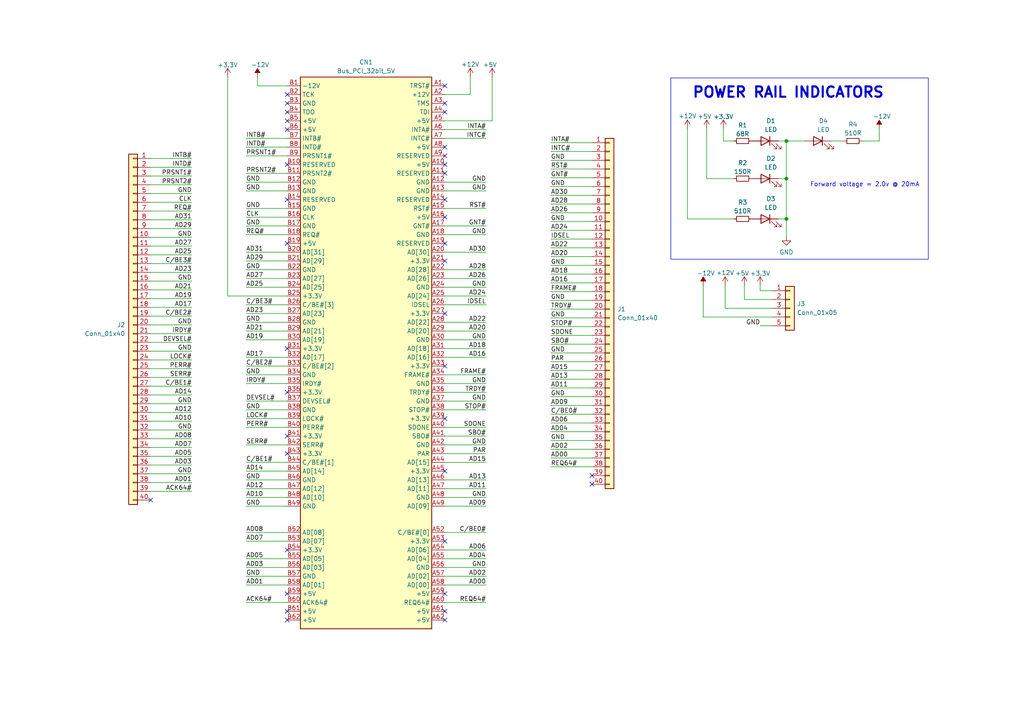
<source format=kicad_sch>
(kicad_sch (version 20230121) (generator eeschema)
  (paper "A4")
  (lib_symbols
    (symbol "Connector:Bus_PCI_32bit_5V"
      (property "Reference" "J" (at 0 80.01 0))
      (property "Value" "Bus_PCI_32bit_5V" (at 0 -82.55 0))
      (symbol "Bus_PCI_32bit_5V_0_1"
        (rectangle (start -19.05 -81.28) (end 19.05 78.74) (stroke (width 0.254)) (fill (type background)))
      )
      (symbol "Bus_PCI_32bit_5V_1_1"
        (pin output line (at 22.86 76.2 180) (length 3.81) (name "TRST#") (number "A1"))
        (pin power_in line (at 22.86 53.34 180) (length 3.81) (name "+5V") (number "A10"))
        (pin passive line (at 22.86 50.8 180) (length 3.81) (name "RESERVED") (number "A11"))
        (pin power_in line (at 22.86 48.26 180) (length 3.81) (name "GND") (number "A12"))
        (pin power_in line (at 22.86 45.72 180) (length 3.81) (name "GND") (number "A13"))
        (pin passive line (at 22.86 43.18 180) (length 3.81) (name "RESERVED") (number "A14"))
        (pin output line (at 22.86 40.64 180) (length 3.81) (name "RST#") (number "A15"))
        (pin power_in line (at 22.86 38.1 180) (length 3.81) (name "+5V") (number "A16"))
        (pin bidirectional line (at 22.86 35.56 180) (length 3.81) (name "GNT#") (number "A17"))
        (pin power_in line (at 22.86 33.02 180) (length 3.81) (name "GND") (number "A18"))
        (pin passive line (at 22.86 30.48 180) (length 3.81) (name "RESERVED") (number "A19"))
        (pin power_in line (at 22.86 73.66 180) (length 3.81) (name "+12V") (number "A2"))
        (pin bidirectional line (at 22.86 27.94 180) (length 3.81) (name "AD[30]") (number "A20"))
        (pin power_in line (at 22.86 25.4 180) (length 3.81) (name "+3.3V") (number "A21"))
        (pin bidirectional line (at 22.86 22.86 180) (length 3.81) (name "AD[28]") (number "A22"))
        (pin bidirectional line (at 22.86 20.32 180) (length 3.81) (name "AD[26]") (number "A23"))
        (pin power_in line (at 22.86 17.78 180) (length 3.81) (name "GND") (number "A24"))
        (pin bidirectional line (at 22.86 15.24 180) (length 3.81) (name "AD[24]") (number "A25"))
        (pin output line (at 22.86 12.7 180) (length 3.81) (name "IDSEL") (number "A26"))
        (pin power_in line (at 22.86 10.16 180) (length 3.81) (name "+3.3V") (number "A27"))
        (pin bidirectional line (at 22.86 7.62 180) (length 3.81) (name "AD[22]") (number "A28"))
        (pin bidirectional line (at 22.86 5.08 180) (length 3.81) (name "AD[20]") (number "A29"))
        (pin output line (at 22.86 71.12 180) (length 3.81) (name "TMS") (number "A3"))
        (pin power_in line (at 22.86 2.54 180) (length 3.81) (name "GND") (number "A30"))
        (pin bidirectional line (at 22.86 0 180) (length 3.81) (name "AD[18]") (number "A31"))
        (pin bidirectional line (at 22.86 -2.54 180) (length 3.81) (name "AD[16]") (number "A32"))
        (pin power_in line (at 22.86 -5.08 180) (length 3.81) (name "+3.3V") (number "A33"))
        (pin bidirectional line (at 22.86 -7.62 180) (length 3.81) (name "FRAME#") (number "A34"))
        (pin power_in line (at 22.86 -10.16 180) (length 3.81) (name "GND") (number "A35"))
        (pin bidirectional line (at 22.86 -12.7 180) (length 3.81) (name "TRDY#") (number "A36"))
        (pin power_in line (at 22.86 -15.24 180) (length 3.81) (name "GND") (number "A37"))
        (pin bidirectional line (at 22.86 -17.78 180) (length 3.81) (name "STOP#") (number "A38"))
        (pin power_in line (at 22.86 -20.32 180) (length 3.81) (name "+3.3V") (number "A39"))
        (pin output line (at 22.86 68.58 180) (length 3.81) (name "TDI") (number "A4"))
        (pin bidirectional line (at 22.86 -22.86 180) (length 3.81) (name "SDONE") (number "A40"))
        (pin bidirectional line (at 22.86 -25.4 180) (length 3.81) (name "SBO#") (number "A41"))
        (pin power_in line (at 22.86 -27.94 180) (length 3.81) (name "GND") (number "A42"))
        (pin bidirectional line (at 22.86 -30.48 180) (length 3.81) (name "PAR") (number "A43"))
        (pin bidirectional line (at 22.86 -33.02 180) (length 3.81) (name "AD[15]") (number "A44"))
        (pin power_in line (at 22.86 -35.56 180) (length 3.81) (name "+3.3V") (number "A45"))
        (pin bidirectional line (at 22.86 -38.1 180) (length 3.81) (name "AD[13]") (number "A46"))
        (pin bidirectional line (at 22.86 -40.64 180) (length 3.81) (name "AD[11]") (number "A47"))
        (pin power_in line (at 22.86 -43.18 180) (length 3.81) (name "GND") (number "A48"))
        (pin bidirectional line (at 22.86 -45.72 180) (length 3.81) (name "AD[09]") (number "A49"))
        (pin power_in line (at 22.86 66.04 180) (length 3.81) (name "+5V") (number "A5"))
        (pin bidirectional line (at 22.86 -53.34 180) (length 3.81) (name "C/BE#[0]") (number "A52"))
        (pin power_in line (at 22.86 -55.88 180) (length 3.81) (name "+3.3V") (number "A53"))
        (pin bidirectional line (at 22.86 -58.42 180) (length 3.81) (name "AD[06]") (number "A54"))
        (pin bidirectional line (at 22.86 -60.96 180) (length 3.81) (name "AD[04]") (number "A55"))
        (pin power_in line (at 22.86 -63.5 180) (length 3.81) (name "GND") (number "A56"))
        (pin bidirectional line (at 22.86 -66.04 180) (length 3.81) (name "AD[02]") (number "A57"))
        (pin bidirectional line (at 22.86 -68.58 180) (length 3.81) (name "AD[00]") (number "A58"))
        (pin power_in line (at 22.86 -71.12 180) (length 3.81) (name "+5V") (number "A59"))
        (pin input line (at 22.86 63.5 180) (length 3.81) (name "INTA#") (number "A6"))
        (pin bidirectional line (at 22.86 -73.66 180) (length 3.81) (name "REQ64#") (number "A60"))
        (pin power_in line (at 22.86 -76.2 180) (length 3.81) (name "+5V") (number "A61"))
        (pin power_in line (at 22.86 -78.74 180) (length 3.81) (name "+5V") (number "A62"))
        (pin input line (at 22.86 60.96 180) (length 3.81) (name "INTC#") (number "A7"))
        (pin power_in line (at 22.86 58.42 180) (length 3.81) (name "+5V") (number "A8"))
        (pin passive line (at 22.86 55.88 180) (length 3.81) (name "RESERVED") (number "A9"))
        (pin power_in line (at -22.86 76.2 0) (length 3.81) (name "-12V") (number "B1"))
        (pin passive line (at -22.86 53.34 0) (length 3.81) (name "RESERVED") (number "B10"))
        (pin input line (at -22.86 50.8 0) (length 3.81) (name "PRSNT2#") (number "B11"))
        (pin power_in line (at -22.86 48.26 0) (length 3.81) (name "GND") (number "B12"))
        (pin power_in line (at -22.86 45.72 0) (length 3.81) (name "GND") (number "B13"))
        (pin passive line (at -22.86 43.18 0) (length 3.81) (name "RESERVED") (number "B14"))
        (pin power_in line (at -22.86 40.64 0) (length 3.81) (name "GND") (number "B15"))
        (pin output line (at -22.86 38.1 0) (length 3.81) (name "CLK") (number "B16"))
        (pin power_in line (at -22.86 35.56 0) (length 3.81) (name "GND") (number "B17"))
        (pin bidirectional line (at -22.86 33.02 0) (length 3.81) (name "REQ#") (number "B18"))
        (pin power_in line (at -22.86 30.48 0) (length 3.81) (name "+5V") (number "B19"))
        (pin output line (at -22.86 73.66 0) (length 3.81) (name "TCK") (number "B2"))
        (pin bidirectional line (at -22.86 27.94 0) (length 3.81) (name "AD[31]") (number "B20"))
        (pin bidirectional line (at -22.86 25.4 0) (length 3.81) (name "AD[29]") (number "B21"))
        (pin power_in line (at -22.86 22.86 0) (length 3.81) (name "GND") (number "B22"))
        (pin bidirectional line (at -22.86 20.32 0) (length 3.81) (name "AD[27]") (number "B23"))
        (pin bidirectional line (at -22.86 17.78 0) (length 3.81) (name "AD[25]") (number "B24"))
        (pin power_in line (at -22.86 15.24 0) (length 3.81) (name "+3.3V") (number "B25"))
        (pin bidirectional line (at -22.86 12.7 0) (length 3.81) (name "C/BE#[3]") (number "B26"))
        (pin bidirectional line (at -22.86 10.16 0) (length 3.81) (name "AD[23]") (number "B27"))
        (pin power_in line (at -22.86 7.62 0) (length 3.81) (name "GND") (number "B28"))
        (pin bidirectional line (at -22.86 5.08 0) (length 3.81) (name "AD[21]") (number "B29"))
        (pin power_in line (at -22.86 71.12 0) (length 3.81) (name "GND") (number "B3"))
        (pin bidirectional line (at -22.86 2.54 0) (length 3.81) (name "AD[19]") (number "B30"))
        (pin power_in line (at -22.86 0 0) (length 3.81) (name "+3.3V") (number "B31"))
        (pin bidirectional line (at -22.86 -2.54 0) (length 3.81) (name "AD[17]") (number "B32"))
        (pin bidirectional line (at -22.86 -5.08 0) (length 3.81) (name "C/BE#[2]") (number "B33"))
        (pin power_in line (at -22.86 -7.62 0) (length 3.81) (name "GND") (number "B34"))
        (pin bidirectional line (at -22.86 -10.16 0) (length 3.81) (name "IRDY#") (number "B35"))
        (pin power_in line (at -22.86 -12.7 0) (length 3.81) (name "+3.3V") (number "B36"))
        (pin bidirectional line (at -22.86 -15.24 0) (length 3.81) (name "DEVSEL#") (number "B37"))
        (pin power_in line (at -22.86 -17.78 0) (length 3.81) (name "GND") (number "B38"))
        (pin bidirectional line (at -22.86 -20.32 0) (length 3.81) (name "LOCK#") (number "B39"))
        (pin input line (at -22.86 68.58 0) (length 3.81) (name "TDO") (number "B4"))
        (pin bidirectional line (at -22.86 -22.86 0) (length 3.81) (name "PERR#") (number "B40"))
        (pin power_in line (at -22.86 -25.4 0) (length 3.81) (name "+3.3V") (number "B41"))
        (pin input line (at -22.86 -27.94 0) (length 3.81) (name "SERR#") (number "B42"))
        (pin power_in line (at -22.86 -30.48 0) (length 3.81) (name "+3.3V") (number "B43"))
        (pin bidirectional line (at -22.86 -33.02 0) (length 3.81) (name "C/BE#[1]") (number "B44"))
        (pin bidirectional line (at -22.86 -35.56 0) (length 3.81) (name "AD[14]") (number "B45"))
        (pin power_in line (at -22.86 -38.1 0) (length 3.81) (name "GND") (number "B46"))
        (pin bidirectional line (at -22.86 -40.64 0) (length 3.81) (name "AD[12]") (number "B47"))
        (pin bidirectional line (at -22.86 -43.18 0) (length 3.81) (name "AD[10]") (number "B48"))
        (pin power_in line (at -22.86 -45.72 0) (length 3.81) (name "GND") (number "B49"))
        (pin power_in line (at -22.86 66.04 0) (length 3.81) (name "+5V") (number "B5"))
        (pin bidirectional line (at -22.86 -53.34 0) (length 3.81) (name "AD[08]") (number "B52"))
        (pin bidirectional line (at -22.86 -55.88 0) (length 3.81) (name "AD[07]") (number "B53"))
        (pin input line (at -22.86 -58.42 0) (length 3.81) (name "+3.3V") (number "B54"))
        (pin bidirectional line (at -22.86 -60.96 0) (length 3.81) (name "AD[05]") (number "B55"))
        (pin bidirectional line (at -22.86 -63.5 0) (length 3.81) (name "AD[03]") (number "B56"))
        (pin power_in line (at -22.86 -66.04 0) (length 3.81) (name "GND") (number "B57"))
        (pin bidirectional line (at -22.86 -68.58 0) (length 3.81) (name "AD[01]") (number "B58"))
        (pin power_in line (at -22.86 -71.12 0) (length 3.81) (name "+5V") (number "B59"))
        (pin power_in line (at -22.86 63.5 0) (length 3.81) (name "+5V") (number "B6"))
        (pin bidirectional line (at -22.86 -73.66 0) (length 3.81) (name "ACK64#") (number "B60"))
        (pin power_in line (at -22.86 -76.2 0) (length 3.81) (name "+5V") (number "B61"))
        (pin power_in line (at -22.86 -78.74 0) (length 3.81) (name "+5V") (number "B62"))
        (pin input line (at -22.86 60.96 0) (length 3.81) (name "INTB#") (number "B7"))
        (pin input line (at -22.86 58.42 0) (length 3.81) (name "INTD#") (number "B8"))
        (pin input line (at -22.86 55.88 0) (length 3.81) (name "PRSNT1#") (number "B9"))
      )
    )
    (symbol "Connector_Generic:Conn_01x05" (pin_names (offset 1.016) hide)
      (property "Reference" "J" (at 0 7.62 0))
      (property "Value" "Conn_01x05" (at 0 -7.62 0))
      (symbol "Conn_01x05_1_1"
        (rectangle (start -1.27 -4.953) (end 0 -5.207) (stroke (width 0.1524)))
        (rectangle (start -1.27 -2.413) (end 0 -2.667) (stroke (width 0.1524)))
        (rectangle (start -1.27 0.127) (end 0 -0.127) (stroke (width 0.1524)))
        (rectangle (start -1.27 2.667) (end 0 2.413) (stroke (width 0.1524)))
        (rectangle (start -1.27 5.207) (end 0 4.953) (stroke (width 0.1524)))
        (rectangle (start -1.27 6.35) (end 1.27 -6.35) (stroke (width 0.254)) (fill (type background)))
        (pin passive line (at -5.08 5.08 0) (length 3.81) (name "Pin_1") (number "1"))
        (pin passive line (at -5.08 2.54 0) (length 3.81) (name "Pin_2") (number "2"))
        (pin passive line (at -5.08 0 0) (length 3.81) (name "Pin_3") (number "3"))
        (pin passive line (at -5.08 -2.54 0) (length 3.81) (name "Pin_4") (number "4"))
        (pin passive line (at -5.08 -5.08 0) (length 3.81) (name "Pin_5") (number "5"))
      )
    )
    (symbol "Connector_Generic:Conn_01x40" (pin_names (offset 1.016) hide)
      (property "Reference" "J" (at 0 50.8 0))
      (property "Value" "Conn_01x40" (at 0 -53.34 0))
      (symbol "Conn_01x40_1_1"
        (rectangle (start -1.27 -50.673) (end 0 -50.927) (stroke (width 0.1524)))
        (rectangle (start -1.27 -48.133) (end 0 -48.387) (stroke (width 0.1524)))
        (rectangle (start -1.27 -45.593) (end 0 -45.847) (stroke (width 0.1524)))
        (rectangle (start -1.27 -43.053) (end 0 -43.307) (stroke (width 0.1524)))
        (rectangle (start -1.27 -40.513) (end 0 -40.767) (stroke (width 0.1524)))
        (rectangle (start -1.27 -37.973) (end 0 -38.227) (stroke (width 0.1524)))
        (rectangle (start -1.27 -35.433) (end 0 -35.687) (stroke (width 0.1524)))
        (rectangle (start -1.27 -32.893) (end 0 -33.147) (stroke (width 0.1524)))
        (rectangle (start -1.27 -30.353) (end 0 -30.607) (stroke (width 0.1524)))
        (rectangle (start -1.27 -27.813) (end 0 -28.067) (stroke (width 0.1524)))
        (rectangle (start -1.27 -25.273) (end 0 -25.527) (stroke (width 0.1524)))
        (rectangle (start -1.27 -22.733) (end 0 -22.987) (stroke (width 0.1524)))
        (rectangle (start -1.27 -20.193) (end 0 -20.447) (stroke (width 0.1524)))
        (rectangle (start -1.27 -17.653) (end 0 -17.907) (stroke (width 0.1524)))
        (rectangle (start -1.27 -15.113) (end 0 -15.367) (stroke (width 0.1524)))
        (rectangle (start -1.27 -12.573) (end 0 -12.827) (stroke (width 0.1524)))
        (rectangle (start -1.27 -10.033) (end 0 -10.287) (stroke (width 0.1524)))
        (rectangle (start -1.27 -7.493) (end 0 -7.747) (stroke (width 0.1524)))
        (rectangle (start -1.27 -4.953) (end 0 -5.207) (stroke (width 0.1524)))
        (rectangle (start -1.27 -2.413) (end 0 -2.667) (stroke (width 0.1524)))
        (rectangle (start -1.27 0.127) (end 0 -0.127) (stroke (width 0.1524)))
        (rectangle (start -1.27 2.667) (end 0 2.413) (stroke (width 0.1524)))
        (rectangle (start -1.27 5.207) (end 0 4.953) (stroke (width 0.1524)))
        (rectangle (start -1.27 7.747) (end 0 7.493) (stroke (width 0.1524)))
        (rectangle (start -1.27 10.287) (end 0 10.033) (stroke (width 0.1524)))
        (rectangle (start -1.27 12.827) (end 0 12.573) (stroke (width 0.1524)))
        (rectangle (start -1.27 15.367) (end 0 15.113) (stroke (width 0.1524)))
        (rectangle (start -1.27 17.907) (end 0 17.653) (stroke (width 0.1524)))
        (rectangle (start -1.27 20.447) (end 0 20.193) (stroke (width 0.1524)))
        (rectangle (start -1.27 22.987) (end 0 22.733) (stroke (width 0.1524)))
        (rectangle (start -1.27 25.527) (end 0 25.273) (stroke (width 0.1524)))
        (rectangle (start -1.27 28.067) (end 0 27.813) (stroke (width 0.1524)))
        (rectangle (start -1.27 30.607) (end 0 30.353) (stroke (width 0.1524)))
        (rectangle (start -1.27 33.147) (end 0 32.893) (stroke (width 0.1524)))
        (rectangle (start -1.27 35.687) (end 0 35.433) (stroke (width 0.1524)))
        (rectangle (start -1.27 38.227) (end 0 37.973) (stroke (width 0.1524)))
        (rectangle (start -1.27 40.767) (end 0 40.513) (stroke (width 0.1524)))
        (rectangle (start -1.27 43.307) (end 0 43.053) (stroke (width 0.1524)))
        (rectangle (start -1.27 45.847) (end 0 45.593) (stroke (width 0.1524)))
        (rectangle (start -1.27 48.387) (end 0 48.133) (stroke (width 0.1524)))
        (rectangle (start -1.27 49.53) (end 1.27 -52.07) (stroke (width 0.254)) (fill (type background)))
        (pin passive line (at -5.08 48.26 0) (length 3.81) (name "Pin_1") (number "1"))
        (pin passive line (at -5.08 25.4 0) (length 3.81) (name "Pin_10") (number "10"))
        (pin passive line (at -5.08 22.86 0) (length 3.81) (name "Pin_11") (number "11"))
        (pin passive line (at -5.08 20.32 0) (length 3.81) (name "Pin_12") (number "12"))
        (pin passive line (at -5.08 17.78 0) (length 3.81) (name "Pin_13") (number "13"))
        (pin passive line (at -5.08 15.24 0) (length 3.81) (name "Pin_14") (number "14"))
        (pin passive line (at -5.08 12.7 0) (length 3.81) (name "Pin_15") (number "15"))
        (pin passive line (at -5.08 10.16 0) (length 3.81) (name "Pin_16") (number "16"))
        (pin passive line (at -5.08 7.62 0) (length 3.81) (name "Pin_17") (number "17"))
        (pin passive line (at -5.08 5.08 0) (length 3.81) (name "Pin_18") (number "18"))
        (pin passive line (at -5.08 2.54 0) (length 3.81) (name "Pin_19") (number "19"))
        (pin passive line (at -5.08 45.72 0) (length 3.81) (name "Pin_2") (number "2"))
        (pin passive line (at -5.08 0 0) (length 3.81) (name "Pin_20") (number "20"))
        (pin passive line (at -5.08 -2.54 0) (length 3.81) (name "Pin_21") (number "21"))
        (pin passive line (at -5.08 -5.08 0) (length 3.81) (name "Pin_22") (number "22"))
        (pin passive line (at -5.08 -7.62 0) (length 3.81) (name "Pin_23") (number "23"))
        (pin passive line (at -5.08 -10.16 0) (length 3.81) (name "Pin_24") (number "24"))
        (pin passive line (at -5.08 -12.7 0) (length 3.81) (name "Pin_25") (number "25"))
        (pin passive line (at -5.08 -15.24 0) (length 3.81) (name "Pin_26") (number "26"))
        (pin passive line (at -5.08 -17.78 0) (length 3.81) (name "Pin_27") (number "27"))
        (pin passive line (at -5.08 -20.32 0) (length 3.81) (name "Pin_28") (number "28"))
        (pin passive line (at -5.08 -22.86 0) (length 3.81) (name "Pin_29") (number "29"))
        (pin passive line (at -5.08 43.18 0) (length 3.81) (name "Pin_3") (number "3"))
        (pin passive line (at -5.08 -25.4 0) (length 3.81) (name "Pin_30") (number "30"))
        (pin passive line (at -5.08 -27.94 0) (length 3.81) (name "Pin_31") (number "31"))
        (pin passive line (at -5.08 -30.48 0) (length 3.81) (name "Pin_32") (number "32"))
        (pin passive line (at -5.08 -33.02 0) (length 3.81) (name "Pin_33") (number "33"))
        (pin passive line (at -5.08 -35.56 0) (length 3.81) (name "Pin_34") (number "34"))
        (pin passive line (at -5.08 -38.1 0) (length 3.81) (name "Pin_35") (number "35"))
        (pin passive line (at -5.08 -40.64 0) (length 3.81) (name "Pin_36") (number "36"))
        (pin passive line (at -5.08 -43.18 0) (length 3.81) (name "Pin_37") (number "37"))
        (pin passive line (at -5.08 -45.72 0) (length 3.81) (name "Pin_38") (number "38"))
        (pin passive line (at -5.08 -48.26 0) (length 3.81) (name "Pin_39") (number "39"))
        (pin passive line (at -5.08 40.64 0) (length 3.81) (name "Pin_4") (number "4"))
        (pin passive line (at -5.08 -50.8 0) (length 3.81) (name "Pin_40") (number "40"))
        (pin passive line (at -5.08 38.1 0) (length 3.81) (name "Pin_5") (number "5"))
        (pin passive line (at -5.08 35.56 0) (length 3.81) (name "Pin_6") (number "6"))
        (pin passive line (at -5.08 33.02 0) (length 3.81) (name "Pin_7") (number "7"))
        (pin passive line (at -5.08 30.48 0) (length 3.81) (name "Pin_8") (number "8"))
        (pin passive line (at -5.08 27.94 0) (length 3.81) (name "Pin_9") (number "9"))
      )
    )
    (symbol "Device:LED" (pin_numbers hide) (pin_names (offset 1.016) hide)
      (property "Reference" "D" (at 0 2.54 0))
      (property "Value" "LED" (at 0 -2.54 0))
      (symbol "LED_0_1"
        (polyline (pts (xy -1.27 -1.27) (xy -1.27 1.27)) (stroke (width 0.254)))
        (polyline (pts (xy -1.27 0) (xy 1.27 0)))
        (polyline (pts (xy 1.27 -1.27) (xy 1.27 1.27) (xy -1.27 0) (xy 1.27 -1.27)) (stroke (width 0.254)))
        (polyline (pts (xy -3.048 -0.762) (xy -4.572 -2.286) (xy -3.81 -2.286) (xy -4.572 -2.286) (xy -4.572 -1.524)))
        (polyline (pts (xy -1.778 -0.762) (xy -3.302 -2.286) (xy -2.54 -2.286) (xy -3.302 -2.286) (xy -3.302 -1.524)))
      )
      (symbol "LED_1_1"
        (pin passive line (at -3.81 0 0) (length 2.54) (name "K") (number "1"))
        (pin passive line (at 3.81 0 180) (length 2.54) (name "A") (number "2"))
      )
    )
    (symbol "Device:R_Small" (pin_numbers hide) (pin_names (offset 0.254) hide)
      (property "Reference" "R" (at 0.762 0.508 0))
      (property "Value" "R_Small" (at 0.762 -1.016 0))
      (symbol "R_Small_0_1"
        (rectangle (start -0.762 1.778) (end 0.762 -1.778) (stroke (width 0.2032)))
      )
      (symbol "R_Small_1_1"
        (pin passive line (at 0 2.54 270) (length 0.762) (name "~") (number "1"))
        (pin passive line (at 0 -2.54 90) (length 0.762) (name "~") (number "2"))
      )
    )
    (symbol "power:+12V" (power) (pin_names (offset 0))
      (property "Value" "+12V" (at 0 3.556 0))
      (symbol "+12V_0_1"
        (polyline (pts (xy -0.762 1.27) (xy 0 2.54)))
        (polyline (pts (xy 0 0) (xy 0 2.54)))
        (polyline (pts (xy 0 2.54) (xy 0.762 1.27)))
      )
      (symbol "+12V_1_1"
        (pin power_in line (at 0 0 90) (length 0) hide (name "+12V") (number "1"))
      )
    )
    (symbol "power:+3.3V" (power) (pin_names (offset 0))
      (property "Value" "+3.3V" (at 0 3.556 0))
      (symbol "+3.3V_0_1"
        (polyline (pts (xy -0.762 1.27) (xy 0 2.54)))
        (polyline (pts (xy 0 0) (xy 0 2.54)))
        (polyline (pts (xy 0 2.54) (xy 0.762 1.27)))
      )
      (symbol "+3.3V_1_1"
        (pin power_in line (at 0 0 90) (length 0) hide (name "+3.3V") (number "1"))
      )
    )
    (symbol "power:+5V" (power) (pin_names (offset 0))
      (property "Value" "+5V" (at 0 3.556 0))
      (symbol "+5V_0_1"
        (polyline (pts (xy -0.762 1.27) (xy 0 2.54)))
        (polyline (pts (xy 0 0) (xy 0 2.54)))
        (polyline (pts (xy 0 2.54) (xy 0.762 1.27)))
      )
      (symbol "+5V_1_1"
        (pin power_in line (at 0 0 90) (length 0) hide (name "+5V") (number "1"))
      )
    )
    (symbol "power:-12V" (power) (pin_names (offset 0))
      (property "Value" "-12V" (at 0 3.81 0))
      (symbol "-12V_0_0"
        (pin power_in line (at 0 0 90) (length 0) hide (name "-12V") (number "1"))
      )
      (symbol "-12V_0_1"
        (polyline (pts (xy 0 0) (xy 0 1.27) (xy 0.762 1.27) (xy 0 2.54) (xy -0.762 1.27) (xy 0 1.27)) (fill (type outline)))
      )
    )
    (symbol "power:GND" (power) (pin_names (offset 0))
      (property "Value" "GND" (at 0 -3.81 0))
      (symbol "GND_0_1"
        (polyline (pts (xy 0 0) (xy 0 -1.27) (xy 1.27 -1.27) (xy 0 -2.54) (xy -1.27 -1.27) (xy 0 -1.27)))
      )
      (symbol "GND_1_1"
        (pin power_in line (at 0 0 270) (length 0) hide (name "GND") (number "1"))
      )
    )
  )
  (junction (at 228.092 63.5))
  (junction (at 228.092 51.816))
  (junction (at 228.092 40.894))
  (no_connect (at 129.032 179.832))
  (no_connect (at 129.032 70.612))
  (no_connect (at 83.312 159.512))
  (no_connect (at 129.032 57.912))
  (no_connect (at 129.032 90.932))
  (no_connect (at 129.032 62.992))
  (no_connect (at 129.032 177.292))
  (no_connect (at 129.032 136.652))
  (no_connect (at 83.312 70.612))
  (no_connect (at 83.312 37.592))
  (no_connect (at 129.032 32.512))
  (no_connect (at 129.032 121.412))
  (no_connect (at 129.032 106.172))
  (no_connect (at 129.032 42.672))
  (no_connect (at 83.312 47.752))
  (no_connect (at 129.032 29.972))
  (no_connect (at 129.032 75.692))
  (no_connect (at 83.312 35.052))
  (no_connect (at 83.312 57.912))
  (no_connect (at 171.704 140.462))
  (no_connect (at 43.688 145.034))
  (no_connect (at 129.032 172.212))
  (no_connect (at 129.032 45.212))
  (no_connect (at 83.312 32.512))
  (no_connect (at 129.032 156.972))
  (no_connect (at 83.312 177.292))
  (no_connect (at 83.312 126.492))
  (no_connect (at 129.032 24.892))
  (no_connect (at 83.312 27.432))
  (no_connect (at 83.312 113.792))
  (no_connect (at 171.704 137.922))
  (no_connect (at 83.312 131.572))
  (no_connect (at 83.312 179.832))
  (no_connect (at 129.032 47.752))
  (no_connect (at 83.312 172.212))
  (no_connect (at 83.312 101.092))
  (no_connect (at 129.032 50.292))
  (no_connect (at 83.312 29.972))
  (wire (pts (xy 43.688 66.294) (xy 55.626 66.294)))
  (wire (pts (xy 171.704 71.882) (xy 159.766 71.882)))
  (wire (pts (xy 83.312 121.412) (xy 71.374 121.412)))
  (wire (pts (xy 129.032 162.052) (xy 140.97 162.052)))
  (wire (pts (xy 43.688 56.134) (xy 55.626 56.134)))
  (wire (pts (xy 129.032 37.592) (xy 140.97 37.592)))
  (wire (pts (xy 83.312 73.152) (xy 71.374 73.152)))
  (wire (pts (xy 129.032 131.572) (xy 140.97 131.572)))
  (wire (pts (xy 136.398 22.352) (xy 136.398 27.432)))
  (wire (pts (xy 43.688 51.054) (xy 55.626 51.054)))
  (wire (pts (xy 171.704 66.802) (xy 159.766 66.802)))
  (wire (pts (xy 129.032 134.112) (xy 140.97 134.112)))
  (wire (pts (xy 129.032 118.872) (xy 140.97 118.872)))
  (wire (pts (xy 224.028 89.408) (xy 210.312 89.408)))
  (wire (pts (xy 171.704 125.222) (xy 159.766 125.222)))
  (wire (pts (xy 129.032 78.232) (xy 140.97 78.232)))
  (wire (pts (xy 218.186 63.5) (xy 217.932 63.5)))
  (wire (pts (xy 43.688 81.534) (xy 55.626 81.534)))
  (wire (pts (xy 83.312 118.872) (xy 71.374 118.872)))
  (wire (pts (xy 83.312 83.312) (xy 71.374 83.312)))
  (wire (pts (xy 129.032 101.092) (xy 140.97 101.092)))
  (wire (pts (xy 129.032 129.032) (xy 140.97 129.032)))
  (wire (pts (xy 129.032 113.792) (xy 140.97 113.792)))
  (wire (pts (xy 83.312 80.772) (xy 71.374 80.772)))
  (wire (pts (xy 83.312 106.172) (xy 71.374 106.172)))
  (wire (pts (xy 43.688 132.334) (xy 55.626 132.334)))
  (wire (pts (xy 55.626 142.494) (xy 43.688 142.494)))
  (wire (pts (xy 83.312 42.672) (xy 71.374 42.672)))
  (wire (pts (xy 171.704 43.942) (xy 159.766 43.942)))
  (wire (pts (xy 171.704 84.582) (xy 159.766 84.582)))
  (wire (pts (xy 249.936 40.894) (xy 255.016 40.894)))
  (wire (pts (xy 83.312 146.812) (xy 71.374 146.812)))
  (wire (pts (xy 66.04 22.352) (xy 66.04 85.852)))
  (wire (pts (xy 83.312 144.272) (xy 71.374 144.272)))
  (wire (pts (xy 43.688 78.994) (xy 55.626 78.994)))
  (wire (pts (xy 129.032 80.772) (xy 140.97 80.772)))
  (wire (pts (xy 129.032 144.272) (xy 140.97 144.272)))
  (wire (pts (xy 43.688 139.954) (xy 55.626 139.954)))
  (wire (pts (xy 83.312 52.832) (xy 71.374 52.832)))
  (wire (pts (xy 171.704 64.262) (xy 159.766 64.262)))
  (wire (pts (xy 171.704 82.042) (xy 159.766 82.042)))
  (wire (pts (xy 74.676 22.352) (xy 74.676 24.892)))
  (wire (pts (xy 129.032 52.832) (xy 140.97 52.832)))
  (wire (pts (xy 43.688 68.834) (xy 55.626 68.834)))
  (wire (pts (xy 43.688 124.714) (xy 55.626 124.714)))
  (wire (pts (xy 43.688 94.234) (xy 55.626 94.234)))
  (wire (pts (xy 129.032 88.392) (xy 140.97 88.392)))
  (wire (pts (xy 215.9 82.804) (xy 215.9 86.868)))
  (wire (pts (xy 228.092 40.894) (xy 233.426 40.894)))
  (wire (pts (xy 171.704 109.982) (xy 159.766 109.982)))
  (wire (pts (xy 171.704 122.682) (xy 159.766 122.682)))
  (wire (pts (xy 171.704 69.342) (xy 159.766 69.342)))
  (wire (pts (xy 43.688 45.974) (xy 55.626 45.974)))
  (wire (pts (xy 255.016 37.338) (xy 255.016 40.894)))
  (wire (pts (xy 43.688 76.454) (xy 55.626 76.454)))
  (wire (pts (xy 83.312 24.892) (xy 74.676 24.892)))
  (wire (pts (xy 83.312 75.692) (xy 71.374 75.692)))
  (wire (pts (xy 83.312 141.732) (xy 71.374 141.732)))
  (wire (pts (xy 171.704 117.602) (xy 159.766 117.602)))
  (wire (pts (xy 83.312 98.552) (xy 71.374 98.552)))
  (wire (pts (xy 129.032 167.132) (xy 140.97 167.132)))
  (wire (pts (xy 241.046 40.894) (xy 244.856 40.894)))
  (wire (pts (xy 43.688 122.174) (xy 55.626 122.174)))
  (wire (pts (xy 83.312 111.252) (xy 71.374 111.252)))
  (wire (pts (xy 129.032 146.812) (xy 140.97 146.812)))
  (wire (pts (xy 43.688 84.074) (xy 55.626 84.074)))
  (wire (pts (xy 228.092 63.5) (xy 228.092 68.58)))
  (wire (pts (xy 129.032 55.372) (xy 140.97 55.372)))
  (wire (pts (xy 171.704 104.902) (xy 159.766 104.902)))
  (wire (pts (xy 83.312 162.052) (xy 71.374 162.052)))
  (wire (pts (xy 129.032 164.592) (xy 140.97 164.592)))
  (wire (pts (xy 129.032 73.152) (xy 140.97 73.152)))
  (wire (pts (xy 171.704 74.422) (xy 159.766 74.422)))
  (wire (pts (xy 171.704 120.142) (xy 159.766 120.142)))
  (wire (pts (xy 129.032 85.852) (xy 140.97 85.852)))
  (wire (pts (xy 43.688 89.154) (xy 55.626 89.154)))
  (wire (pts (xy 83.312 50.292) (xy 71.374 50.292)))
  (wire (pts (xy 171.704 56.642) (xy 159.766 56.642)))
  (wire (pts (xy 129.032 139.192) (xy 140.97 139.192)))
  (wire (pts (xy 43.688 117.094) (xy 55.626 117.094)))
  (wire (pts (xy 171.704 132.842) (xy 159.766 132.842)))
  (wire (pts (xy 129.032 98.552) (xy 140.97 98.552)))
  (wire (pts (xy 129.032 68.072) (xy 140.97 68.072)))
  (wire (pts (xy 129.032 174.752) (xy 140.97 174.752)))
  (wire (pts (xy 225.806 40.894) (xy 228.092 40.894)))
  (wire (pts (xy 83.312 93.472) (xy 71.374 93.472)))
  (wire (pts (xy 83.312 62.992) (xy 71.374 62.992)))
  (wire (pts (xy 129.032 108.712) (xy 140.97 108.712)))
  (wire (pts (xy 224.028 86.868) (xy 215.9 86.868)))
  (wire (pts (xy 83.312 103.632) (xy 71.374 103.632)))
  (wire (pts (xy 212.852 63.5) (xy 199.39 63.5)))
  (wire (pts (xy 171.704 89.662) (xy 159.766 89.662)))
  (wire (pts (xy 43.688 73.914) (xy 55.626 73.914)))
  (wire (pts (xy 43.688 101.854) (xy 55.626 101.854)))
  (wire (pts (xy 83.312 167.132) (xy 71.374 167.132)))
  (wire (pts (xy 212.852 40.894) (xy 209.804 40.894)))
  (wire (pts (xy 218.186 51.816) (xy 217.932 51.816)))
  (wire (pts (xy 203.962 82.804) (xy 203.962 91.948)))
  (wire (pts (xy 228.092 51.816) (xy 228.092 63.5)))
  (wire (pts (xy 129.032 116.332) (xy 140.97 116.332)))
  (wire (pts (xy 83.312 78.232) (xy 71.374 78.232)))
  (wire (pts (xy 129.032 103.632) (xy 140.97 103.632)))
  (wire (pts (xy 43.688 91.694) (xy 55.626 91.694)))
  (wire (pts (xy 171.704 135.382) (xy 159.766 135.382)))
  (wire (pts (xy 171.704 102.362) (xy 159.766 102.362)))
  (wire (pts (xy 43.688 96.774) (xy 55.626 96.774)))
  (wire (pts (xy 212.852 51.816) (xy 204.978 51.816)))
  (wire (pts (xy 171.704 41.402) (xy 159.766 41.402)))
  (wire (pts (xy 83.312 55.372) (xy 71.374 55.372)))
  (wire (pts (xy 210.312 82.804) (xy 210.312 89.408)))
  (wire (pts (xy 171.704 54.102) (xy 159.766 54.102)))
  (wire (pts (xy 129.032 123.952) (xy 140.97 123.952)))
  (wire (pts (xy 129.032 35.052) (xy 142.748 35.052)))
  (wire (pts (xy 171.704 59.182) (xy 159.766 59.182)))
  (wire (pts (xy 129.032 141.732) (xy 140.97 141.732)))
  (wire (pts (xy 83.312 96.012) (xy 71.374 96.012)))
  (wire (pts (xy 171.704 92.202) (xy 159.766 92.202)))
  (wire (pts (xy 129.032 169.672) (xy 140.97 169.672)))
  (wire (pts (xy 83.312 154.432) (xy 71.374 154.432)))
  (wire (pts (xy 83.312 169.672) (xy 71.374 169.672)))
  (wire (pts (xy 171.704 97.282) (xy 159.766 97.282)))
  (wire (pts (xy 129.032 60.452) (xy 140.97 60.452)))
  (wire (pts (xy 228.092 40.894) (xy 228.092 51.816)))
  (wire (pts (xy 171.704 87.122) (xy 159.766 87.122)))
  (wire (pts (xy 129.032 154.432) (xy 140.97 154.432)))
  (wire (pts (xy 43.688 129.794) (xy 55.626 129.794)))
  (wire (pts (xy 171.704 51.562) (xy 159.766 51.562)))
  (wire (pts (xy 83.312 134.112) (xy 71.374 134.112)))
  (wire (pts (xy 43.688 127.254) (xy 55.626 127.254)))
  (wire (pts (xy 129.032 111.252) (xy 140.97 111.252)))
  (wire (pts (xy 43.688 137.414) (xy 55.626 137.414)))
  (wire (pts (xy 83.312 116.332) (xy 71.374 116.332)))
  (wire (pts (xy 171.704 79.502) (xy 159.766 79.502)))
  (wire (pts (xy 171.704 76.962) (xy 159.766 76.962)))
  (wire (pts (xy 171.704 107.442) (xy 159.766 107.442)))
  (wire (pts (xy 83.312 65.532) (xy 71.374 65.532)))
  (wire (pts (xy 43.688 106.934) (xy 55.626 106.934)))
  (wire (pts (xy 142.748 22.352) (xy 142.748 35.052)))
  (wire (pts (xy 199.39 37.338) (xy 199.39 63.5)))
  (wire (pts (xy 224.028 84.328) (xy 220.472 84.328)))
  (wire (pts (xy 129.032 40.132) (xy 140.97 40.132)))
  (wire (pts (xy 83.312 45.212) (xy 71.374 45.212)))
  (wire (pts (xy 83.312 60.452) (xy 71.374 60.452)))
  (wire (pts (xy 43.688 109.474) (xy 55.626 109.474)))
  (wire (pts (xy 129.032 93.472) (xy 140.97 93.472)))
  (wire (pts (xy 83.312 40.132) (xy 71.374 40.132)))
  (wire (pts (xy 83.312 164.592) (xy 71.374 164.592)))
  (wire (pts (xy 43.688 48.514) (xy 55.626 48.514)))
  (wire (pts (xy 43.688 53.594) (xy 55.626 53.594)))
  (wire (pts (xy 43.688 63.754) (xy 55.626 63.754)))
  (wire (pts (xy 171.704 49.022) (xy 159.766 49.022)))
  (wire (pts (xy 43.688 58.674) (xy 55.626 58.674)))
  (wire (pts (xy 224.028 91.948) (xy 203.962 91.948)))
  (wire (pts (xy 171.704 130.302) (xy 159.766 130.302)))
  (wire (pts (xy 225.806 51.816) (xy 228.092 51.816)))
  (wire (pts (xy 83.312 123.952) (xy 71.374 123.952)))
  (wire (pts (xy 129.032 83.312) (xy 140.97 83.312)))
  (wire (pts (xy 204.978 37.338) (xy 204.978 51.816)))
  (wire (pts (xy 171.704 112.522) (xy 159.766 112.522)))
  (wire (pts (xy 224.028 94.488) (xy 220.472 94.488)))
  (wire (pts (xy 218.186 40.894) (xy 217.932 40.894)))
  (wire (pts (xy 225.806 63.5) (xy 228.092 63.5)))
  (wire (pts (xy 83.312 156.972) (xy 71.374 156.972)))
  (wire (pts (xy 43.688 119.634) (xy 55.626 119.634)))
  (wire (pts (xy 83.312 90.932) (xy 71.374 90.932)))
  (wire (pts (xy 171.704 127.762) (xy 159.766 127.762)))
  (wire (pts (xy 83.312 68.072) (xy 71.374 68.072)))
  (wire (pts (xy 129.032 27.432) (xy 136.398 27.432)))
  (wire (pts (xy 171.704 61.722) (xy 159.766 61.722)))
  (wire (pts (xy 83.312 88.392) (xy 71.374 88.392)))
  (wire (pts (xy 83.312 136.652) (xy 71.374 136.652)))
  (wire (pts (xy 171.704 46.482) (xy 159.766 46.482)))
  (wire (pts (xy 43.688 99.314) (xy 55.626 99.314)))
  (wire (pts (xy 43.688 134.874) (xy 55.626 134.874)))
  (wire (pts (xy 129.032 159.512) (xy 140.97 159.512)))
  (wire (pts (xy 83.312 108.712) (xy 71.374 108.712)))
  (wire (pts (xy 209.804 37.338) (xy 209.804 40.894)))
  (wire (pts (xy 83.312 85.852) (xy 66.04 85.852)))
  (wire (pts (xy 43.688 86.614) (xy 55.626 86.614)))
  (wire (pts (xy 129.032 126.492) (xy 140.97 126.492)))
  (wire (pts (xy 171.704 115.062) (xy 159.766 115.062)))
  (wire (pts (xy 71.374 174.752) (xy 83.312 174.752)))
  (wire (pts (xy 129.032 65.532) (xy 140.97 65.532)))
  (wire (pts (xy 43.688 61.214) (xy 55.626 61.214)))
  (wire (pts (xy 171.704 99.822) (xy 159.766 99.822)))
  (wire (pts (xy 43.688 112.014) (xy 55.626 112.014)))
  (wire (pts (xy 83.312 139.192) (xy 71.374 139.192)))
  (wire (pts (xy 83.312 129.032) (xy 71.374 129.032)))
  (wire (pts (xy 171.704 94.742) (xy 159.766 94.742)))
  (wire (pts (xy 43.688 114.554) (xy 55.626 114.554)))
  (wire (pts (xy 220.472 82.804) (xy 220.472 84.328)))
  (wire (pts (xy 43.688 104.394) (xy 55.626 104.394)))
  (wire (pts (xy 43.688 71.374) (xy 55.626 71.374)))
  (wire (pts (xy 129.032 96.012) (xy 140.97 96.012)))
  (rectangle (start 194.564 22.606) (end 269.24 75.184))
  (text "Forward voltage = 2.0v @ 20mA" (at 234.95 54.356 0) (effects (font (size 1.27 1.27)) (justify left bottom)))
  (text "POWER RAIL INDICATORS" (at 200.66 28.702 0) (effects (font (size 3 3) (thickness 0.6) bold) (justify left bottom)))
  (label "AD00" (at 159.766 132.842 0))
  (label "C{slash}BE1#" (at 55.626 112.014 180))
  (label "GND" (at 55.626 101.854 180))
  (label "GND" (at 71.374 60.452 0))
  (label "GND" (at 220.472 94.488 180))
  (label "AD28" (at 159.766 59.182 0))
  (label "GND" (at 159.766 64.262 0))
  (label "GND" (at 140.97 83.312 180))
  (label "C{slash}BE2#" (at 71.374 106.172 0))
  (label "REQ#" (at 55.626 61.214 180))
  (label "GND" (at 159.766 127.762 0))
  (label "ACK64#" (at 55.626 142.494 180))
  (label "GND" (at 71.374 146.812 0))
  (label "GND" (at 55.626 94.234 180))
  (label "IDSEL" (at 140.97 88.392 180))
  (label "AD13" (at 159.766 109.982 0))
  (label "PAR" (at 159.766 104.902 0))
  (label "AD15" (at 140.97 134.112 180))
  (label "PRSNT1#" (at 55.626 51.054 180))
  (label "AD21" (at 55.626 84.074 180))
  (label "PAR" (at 140.97 131.572 180))
  (label "REQ#" (at 71.374 68.072 0))
  (label "ACK64#" (at 71.374 174.752 0))
  (label "AD08" (at 71.374 154.432 0))
  (label "AD01" (at 55.626 139.954 180))
  (label "INTC#" (at 140.97 40.132 180))
  (label "IDSEL" (at 159.766 69.342 0))
  (label "AD17" (at 55.626 89.154 180))
  (label "AD17" (at 71.374 103.632 0))
  (label "INTA#" (at 140.97 37.592 180))
  (label "AD18" (at 140.97 101.092 180))
  (label "AD11" (at 159.766 112.522 0))
  (label "LOCK#" (at 71.374 121.412 0))
  (label "REQ64#" (at 159.766 135.382 0))
  (label "C{slash}BE1#" (at 71.374 134.112 0))
  (label "GND" (at 71.374 52.832 0))
  (label "AD16" (at 159.766 82.042 0))
  (label "CLK" (at 71.374 62.992 0))
  (label "CLK" (at 55.626 58.674 180))
  (label "AD02" (at 140.97 167.132 180))
  (label "DEVSEL#" (at 55.626 99.314 180))
  (label "GND" (at 55.626 68.834 180))
  (label "AD28" (at 140.97 78.232 180))
  (label "AD22" (at 159.766 71.882 0))
  (label "PERR#" (at 55.626 106.934 180))
  (label "AD03" (at 55.626 134.874 180))
  (label "GNT#" (at 140.97 65.532 180))
  (label "PRSNT2#" (at 55.626 53.594 180))
  (label "AD31" (at 55.626 63.754 180))
  (label "SDONE" (at 159.766 97.282 0))
  (label "AD13" (at 140.97 139.192 180))
  (label "AD14" (at 71.374 136.652 0))
  (label "AD26" (at 140.97 80.772 180))
  (label "GND" (at 71.374 108.712 0))
  (label "C{slash}BE0#" (at 159.766 120.142 0))
  (label "AD30" (at 159.766 56.642 0))
  (label "INTC#" (at 159.766 43.942 0))
  (label "AD27" (at 55.626 71.374 180))
  (label "AD19" (at 55.626 86.614 180))
  (label "GND" (at 71.374 55.372 0))
  (label "AD12" (at 71.374 141.732 0))
  (label "AD25" (at 71.374 83.312 0))
  (label "GND" (at 140.97 129.032 180))
  (label "INTA#" (at 159.766 41.402 0))
  (label "AD26" (at 159.766 61.722 0))
  (label "PRSNT1#" (at 71.374 45.212 0))
  (label "LOCK#" (at 55.626 104.394 180))
  (label "GND" (at 55.626 117.094 180))
  (label "IRDY#" (at 55.626 96.774 180))
  (label "RST#" (at 140.97 60.452 180))
  (label "AD08" (at 55.626 127.254 180))
  (label "AD19" (at 71.374 98.552 0))
  (label "GND" (at 71.374 93.472 0))
  (label "AD30" (at 140.97 73.152 180))
  (label "AD18" (at 159.766 79.502 0))
  (label "AD24" (at 159.766 66.802 0))
  (label "C{slash}BE0#" (at 140.97 154.432 180))
  (label "PERR#" (at 71.374 123.952 0))
  (label "INTD#" (at 71.374 42.672 0))
  (label "GND" (at 140.97 116.332 180))
  (label "C{slash}BE2#" (at 55.626 91.694 180))
  (label "STOP#" (at 159.766 94.742 0))
  (label "AD10" (at 55.626 122.174 180))
  (label "GND" (at 71.374 65.532 0))
  (label "GND" (at 140.97 98.552 180))
  (label "AD09" (at 159.766 117.602 0))
  (label "GND" (at 159.766 92.202 0))
  (label "GND" (at 159.766 87.122 0))
  (label "GND" (at 55.626 81.534 180))
  (label "INTD#" (at 55.626 48.514 180))
  (label "AD14" (at 55.626 114.554 180))
  (label "GND" (at 140.97 52.832 180))
  (label "AD24" (at 140.97 85.852 180))
  (label "AD22" (at 140.97 93.472 180))
  (label "AD04" (at 140.97 162.052 180))
  (label "TRDY#" (at 140.97 113.792 180))
  (label "AD20" (at 159.766 74.422 0))
  (label "C{slash}BE3#" (at 55.626 76.454 180))
  (label "IRDY#" (at 71.374 111.252 0))
  (label "GND" (at 140.97 111.252 180))
  (label "GND" (at 55.626 56.134 180))
  (label "SERR#" (at 71.374 129.032 0))
  (label "AD20" (at 140.97 96.012 180))
  (label "GND" (at 140.97 68.072 180))
  (label "AD16" (at 140.97 103.632 180))
  (label "AD05" (at 71.374 162.052 0))
  (label "AD21" (at 71.374 96.012 0))
  (label "AD09" (at 140.97 146.812 180))
  (label "GND" (at 159.766 46.482 0))
  (label "AD27" (at 71.374 80.772 0))
  (label "AD06" (at 159.766 122.682 0))
  (label "AD06" (at 140.97 159.512 180))
  (label "FRAME#" (at 140.97 108.712 180))
  (label "SDONE" (at 140.97 123.952 180))
  (label "AD02" (at 159.766 130.302 0))
  (label "AD23" (at 55.626 78.994 180))
  (label "DEVSEL#" (at 71.374 116.332 0))
  (label "FRAME#" (at 159.766 84.582 0))
  (label "GND" (at 55.626 137.414 180))
  (label "SERR#" (at 55.626 109.474 180))
  (label "AD11" (at 140.97 141.732 180))
  (label "GND" (at 140.97 144.272 180))
  (label "AD03" (at 71.374 164.592 0))
  (label "AD15" (at 159.766 107.442 0))
  (label "AD12" (at 55.626 119.634 180))
  (label "GND" (at 140.97 55.372 180))
  (label "GND" (at 159.766 54.102 0))
  (label "GND" (at 71.374 118.872 0))
  (label "GND" (at 71.374 78.232 0))
  (label "GND" (at 140.97 164.592 180))
  (label "AD25" (at 55.626 73.914 180))
  (label "AD07" (at 55.626 129.794 180))
  (label "C{slash}BE3#" (at 71.374 88.392 0))
  (label "GND" (at 159.766 76.962 0))
  (label "AD05" (at 55.626 132.334 180))
  (label "INTB#" (at 71.374 40.132 0))
  (label "PRSNT2#" (at 71.374 50.292 0))
  (label "AD01" (at 71.374 169.672 0))
  (label "AD29" (at 71.374 75.692 0))
  (label "INTB#" (at 55.626 45.974 180))
  (label "STOP#" (at 140.97 118.872 180))
  (label "AD10" (at 71.374 144.272 0))
  (label "GND" (at 159.766 115.062 0))
  (label "REQ64#" (at 140.97 174.752 180))
  (label "GND" (at 55.626 124.714 180))
  (label "GNT#" (at 159.766 51.562 0))
  (label "AD07" (at 71.374 156.972 0))
  (label "AD31" (at 71.374 73.152 0))
  (label "RST#" (at 159.766 49.022 0))
  (label "AD00" (at 140.97 169.672 180))
  (label "AD04" (at 159.766 125.222 0))
  (label "SBO#" (at 159.766 99.822 0))
  (label "AD23" (at 71.374 90.932 0))
  (label "AD29" (at 55.626 66.294 180))
  (label "GND" (at 159.766 102.362 0))
  (label "SBO#" (at 140.97 126.492 180))
  (label "TRDY#" (at 159.766 89.662 0))
  (label "GND" (at 71.374 139.192 0))
  (label "GND" (at 71.374 167.132 0))
  (symbol (lib_id "power:+5V") (at 142.748 22.352 0) (unit 1)
    (property "Reference" "#PWR07" (effects hide))
    (property "Value" "+5V" (at 142.113 18.796 0))
  )
  (symbol (lib_id "Connector_Generic:Conn_01x05") (at 229.108 89.408 0) (unit 1)
    (property "Reference" "J3" (at 231.14 88.138 0) (effects (justify left)))
    (property "Value" "Conn_01x05" (at 231.14 90.678 0) (effects (justify left)))
    (property "Footprint" "Connector_PinHeader_2.54mm:PinHeader_1x05_P2.54mm_Vertical" (effects hide))
  )
  (symbol (lib_id "Device:LED") (at 221.996 40.894 0) (mirror y) (unit 1)
    (property "Reference" "D1" (at 223.5835 35.052 0))
    (property "Value" "LED" (at 223.5835 37.592 0))
    (property "Footprint" "LED_THT:LED_D3.0mm" (effects hide))
  )
  (symbol (lib_id "Device:LED") (at 221.996 63.5 0) (mirror y) (unit 1)
    (property "Reference" "D3" (at 223.5835 57.658 0))
    (property "Value" "LED" (at 223.5835 60.198 0))
    (property "Footprint" "LED_THT:LED_D3.0mm" (effects hide))
  )
  (symbol (lib_id "power:-12V") (at 255.016 37.338 0) (unit 1)
    (property "Reference" "#PWR05" (effects hide))
    (property "Value" "-12V" (at 255.778 33.782 0))
  )
  (symbol (lib_id "Connector:Bus_PCI_32bit_5V") (at 106.172 101.092 0) (unit 1)
    (property "Reference" "CN1" (at 106.172 18.034 0))
    (property "Value" "Bus_PCI_32bit_5V" (at 106.172 20.574 0))
    (property "Footprint" "PCI:BUS_PCI" (effects hide))
    (property "Datasheet" "http://pinouts.ru/Slots/PCI_pinout.shtml" (effects hide))
  )
  (symbol (lib_id "power:+12V") (at 210.312 82.804 0) (unit 1)
    (property "Reference" "#PWR011" (effects hide))
    (property "Value" "+12V" (at 210.312 79.121 0))
  )
  (symbol (lib_id "Device:R_Small") (at 215.392 40.894 90) (unit 1)
    (property "Reference" "R1" (at 215.392 36.322 90))
    (property "Value" "68R" (at 215.392 38.862 90))
    (property "Footprint" "Resistor_SMD:R_0603_1608Metric" (effects hide))
  )
  (symbol (lib_id "power:GND") (at 228.092 68.58 0) (unit 1)
    (property "Reference" "#PWR04" (effects hide))
    (property "Value" "GND" (at 228.092 73.152 0))
  )
  (symbol (lib_id "Device:LED") (at 221.996 51.816 0) (mirror y) (unit 1)
    (property "Reference" "D2" (at 223.5835 45.974 0))
    (property "Value" "LED" (at 223.5835 48.514 0))
    (property "Footprint" "LED_THT:LED_D3.0mm" (effects hide))
  )
  (symbol (lib_id "power:-12V") (at 203.962 82.804 0) (unit 1)
    (property "Reference" "#PWR010" (effects hide))
    (property "Value" "-12V" (at 204.724 79.248 0))
  )
  (symbol (lib_id "power:+3.3V") (at 220.472 82.804 0) (unit 1)
    (property "Reference" "#PWR013" (effects hide))
    (property "Value" "+3.3V" (at 220.472 79.3021 0))
  )
  (symbol (lib_id "power:+12V") (at 136.398 22.352 0) (unit 1)
    (property "Reference" "#PWR06" (effects hide))
    (property "Value" "+12V" (at 136.398 18.669 0))
  )
  (symbol (lib_id "power:+12V") (at 199.39 37.338 0) (unit 1)
    (property "Reference" "#PWR01" (effects hide))
    (property "Value" "+12V" (at 199.39 33.655 0))
  )
  (symbol (lib_id "Device:R_Small") (at 215.392 51.816 90) (unit 1)
    (property "Reference" "R2" (at 215.392 47.244 90))
    (property "Value" "150R" (at 215.392 49.784 90))
    (property "Footprint" "Resistor_SMD:R_0603_1608Metric" (effects hide))
  )
  (symbol (lib_id "Device:R_Small") (at 215.392 63.5 90) (unit 1)
    (property "Reference" "R3" (at 215.392 58.674 90))
    (property "Value" "510R" (at 215.392 61.214 90))
    (property "Footprint" "Resistor_SMD:R_0603_1608Metric" (effects hide))
  )
  (symbol (lib_id "power:+5V") (at 204.978 37.338 0) (unit 1)
    (property "Reference" "#PWR02" (effects hide))
    (property "Value" "+5V" (at 204.343 33.782 0))
  )
  (symbol (lib_id "power:+3.3V") (at 66.04 22.352 0) (unit 1)
    (property "Reference" "#PWR08" (effects hide))
    (property "Value" "+3.3V" (at 66.04 18.8501 0))
  )
  (symbol (lib_id "Device:R_Small") (at 247.396 40.894 90) (unit 1)
    (property "Reference" "R4" (at 247.396 36.068 90))
    (property "Value" "510R" (at 247.396 38.608 90))
    (property "Footprint" "Resistor_SMD:R_0603_1608Metric" (effects hide))
  )
  (symbol (lib_id "power:+3.3V") (at 209.804 37.338 0) (unit 1)
    (property "Reference" "#PWR03" (effects hide))
    (property "Value" "+3.3V" (at 209.804 33.8361 0))
  )
  (symbol (lib_id "Connector_Generic:Conn_01x40") (at 38.608 94.234 0) (mirror y) (unit 1)
    (property "Reference" "J2" (at 36.322 94.234 0) (effects (justify left)))
    (property "Value" "Conn_01x40" (at 36.322 96.774 0) (effects (justify left)))
    (property "Footprint" "Connector_PinHeader_2.54mm:PinHeader_1x40_P2.54mm_Vertical" (effects hide))
  )
  (symbol (lib_id "power:+5V") (at 215.9 82.804 0) (unit 1)
    (property "Reference" "#PWR012" (effects hide))
    (property "Value" "+5V" (at 215.265 79.248 0))
  )
  (symbol (lib_id "power:-12V") (at 74.676 22.352 0) (unit 1)
    (property "Reference" "#PWR09" (effects hide))
    (property "Value" "-12V" (at 75.438 18.796 0))
  )
  (symbol (lib_id "Device:LED") (at 237.236 40.894 0) (mirror y) (unit 1)
    (property "Reference" "D4" (at 238.8235 35.052 0))
    (property "Value" "LED" (at 238.8235 37.592 0))
    (property "Footprint" "LED_THT:LED_D3.0mm" (effects hide))
  )
  (symbol (lib_id "Connector_Generic:Conn_01x40") (at 176.784 89.662 0) (unit 1)
    (property "Reference" "J1" (at 179.07 89.662 0) (effects (justify left)))
    (property "Value" "Conn_01x40" (at 179.07 92.202 0) (effects (justify left)))
    (property "Footprint" "Connector_PinHeader_2.54mm:PinHeader_1x40_P2.54mm_Vertical" (effects hide))
  )
)
</source>
